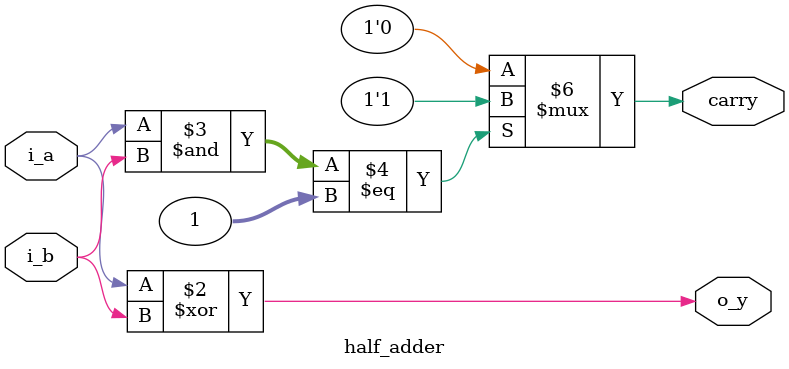
<source format=v>
`timescale 1ns / 1ps
module half_adder(
	input wire i_a,
	input wire i_b,
	output reg o_y,
	output reg carry
    );
always @(*)
begin 
	o_y = i_a ^ i_b;
	if ((i_a & i_b) == 1)
		carry = 1;
	else 
		carry = 0;
end
		

endmodule

</source>
